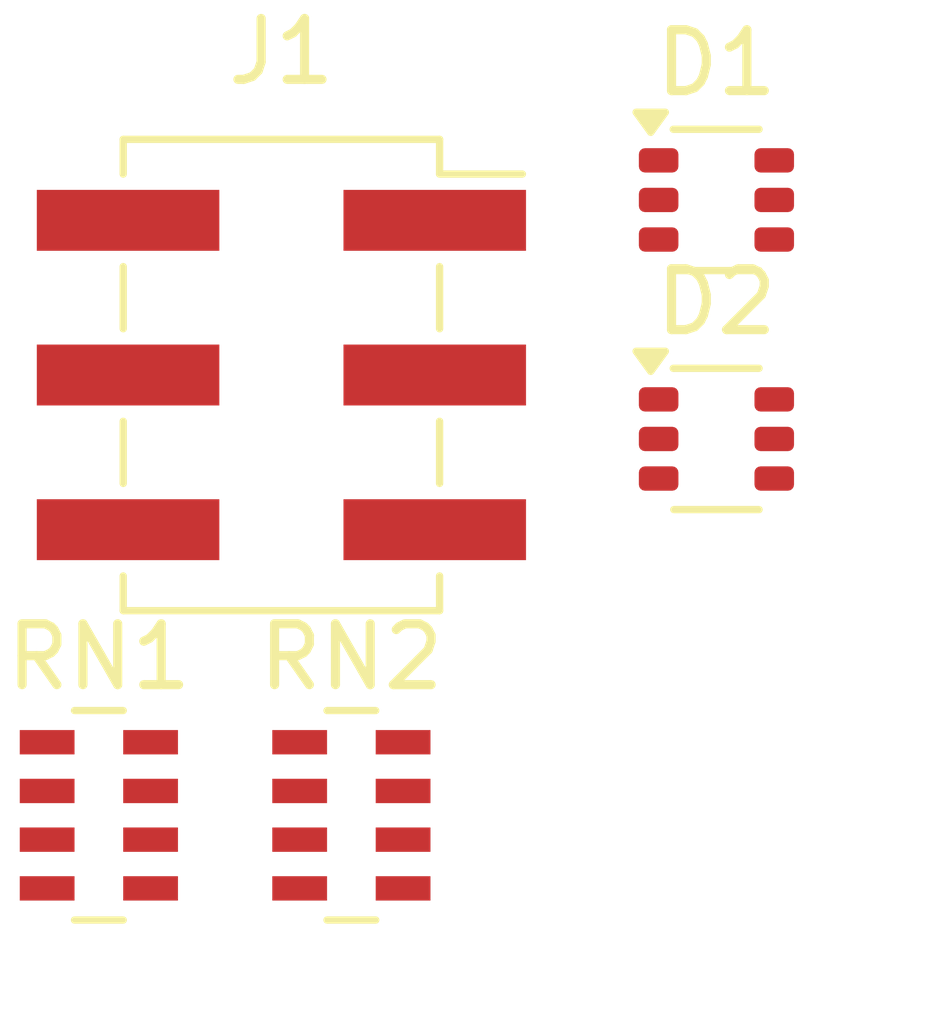
<source format=kicad_pcb>
(kicad_pcb (version 20240108) (generator "pcbnew") (generator_version "8.0")
  (layers (0 "F.Cu" signal) (31 "B.Cu" signal) (34 "B.Paste" user) (35 "F.Paste" user) (36 "B.SilkS" user "B.Silkscreen") (37 "F.SilkS" user "F.Silkscreen") (38 "B.Mask" user) (39 "F.Mask" user) (44 "Edge.Cuts" user))
  (net 0 "")
  (net 1 "VDD")
  (net 2 "VSS")
  (net 3 "Net-(D1C-K)")
  (net 4 "Net-(D1D-K)")
  (net 5 "/A1/D")
  (net 6 "Net-(D1B-K)")
  (net 7 "Net-(D1A-K)")
  (net 8 "Net-(D2D-K)")
  (net 9 "Net-(D2C-K)")
  (net 10 "Net-(D2A-K)")
  (net 11 "Net-(D2B-K)")
  (net 12 "/A1/Q")
  (net 13 "/A1/CTL")
  (net 14 "/A1/SEL")
  (net 15 "/A1/D0")
  (net 16 "/A1/D3")
  (net 17 "/A1/D2")
  (net 18 "/A1/D1")
  (net 19 "/A1/D7")
  (net 20 "/A1/D5")
  (net 21 "/A1/D6")
  (net 22 "/A1/D4")
  (footprint "Resistor_SMD:R_Array_Concave_4x0603" (layer "F.Cu") (at 26.75 49.6)
    (property "Reference" "RN1" (at 0 -2.6 0) (layer "F.SilkS"))
    (property "Value" "10K")
    (fp_line (start 0.4 -1.72) (end -0.4 -1.72) (stroke (width 0.12)) (layer "F.SilkS"))
    (fp_line (start 0.4 1.72) (end -0.4 1.72) (stroke (width 0.12)) (layer "F.SilkS"))
    (pad "1" smd rect (at -0.85 -1.2) (size 0.9 0.4) (layers "F.Cu" "F.Paste" "F.Mask") (net 15 "/A1/D0"))
    (pad "2" smd rect (at -0.85 -0.4) (size 0.9 0.4) (layers "F.Cu" "F.Paste" "F.Mask") (net 18 "/A1/D1"))
    (pad "3" smd rect (at -0.85 0.4) (size 0.9 0.4) (layers "F.Cu" "F.Paste" "F.Mask") (net 17 "/A1/D2"))
    (pad "4" smd rect (at -0.85 1.2) (size 0.9 0.4) (layers "F.Cu" "F.Paste" "F.Mask") (net 16 "/A1/D3"))
    (pad "5" smd rect (at 0.85 1.2) (size 0.9 0.4) (layers "F.Cu" "F.Paste" "F.Mask") (net 7 "Net-(D1A-K)"))
    (pad "6" smd rect (at 0.85 0.4) (size 0.9 0.4) (layers "F.Cu" "F.Paste" "F.Mask") (net 6 "Net-(D1B-K)"))
    (pad "7" smd rect (at 0.85 -0.4) (size 0.9 0.4) (layers "F.Cu" "F.Paste" "F.Mask") (net 3 "Net-(D1C-K)"))
    (pad "8" smd rect (at 0.85 -1.2) (size 0.9 0.4) (layers "F.Cu" "F.Paste" "F.Mask") (net 4 "Net-(D1D-K)"))
  )
  (footprint "Package_TO_SOT_SMD:SOT-363_SC-70-6" (layer "F.Cu") (at 36.9 43.42)
    (property "Reference" "D2" (at 0 -2.25 0) (layer "F.SilkS"))
    (property "Value" "BAT54ADW")
    (fp_line (start -0.71 -1.16) (end 0.7 -1.16) (stroke (width 0.12)) (layer "F.SilkS"))
    (fp_line (start -0.7 1.16) (end 0.7 1.16) (stroke (width 0.12)) (layer "F.SilkS"))
    (fp_poly (pts (xy -1.08 -1.11) (xy -1.32 -1.44) (xy -0.84 -1.44) (xy -1.08 -1.11)) (stroke (width 0.12)) (fill solid) (layer "F.SilkS"))
    (pad "1" smd roundrect (at -0.95 -0.65) (size 0.65 0.4) (layers "F.Cu" "F.Paste" "F.Mask") (net 10 "Net-(D2A-K)"))
    (pad "2" smd roundrect (at -0.95 0) (size 0.65 0.4) (layers "F.Cu" "F.Paste" "F.Mask") (net 11 "Net-(D2B-K)"))
    (pad "3" smd roundrect (at -0.95 0.65) (size 0.65 0.4) (layers "F.Cu" "F.Paste" "F.Mask") (net 5 "/A1/D"))
    (pad "4" smd roundrect (at 0.95 0.65) (size 0.65 0.4) (layers "F.Cu" "F.Paste" "F.Mask") (net 9 "Net-(D2C-K)"))
    (pad "5" smd roundrect (at 0.95 0) (size 0.65 0.4) (layers "F.Cu" "F.Paste" "F.Mask") (net 8 "Net-(D2D-K)"))
    (pad "6" smd roundrect (at 0.95 -0.65) (size 0.65 0.4) (layers "F.Cu" "F.Paste" "F.Mask") (net 5 "/A1/D"))
  )
  (footprint "Resistor_SMD:R_Array_Concave_4x0603" (layer "F.Cu") (at 30.9 49.6)
    (property "Reference" "RN2" (at 0 -2.6 0) (layer "F.SilkS"))
    (property "Value" "10K")
    (fp_line (start 0.4 -1.72) (end -0.4 -1.72) (stroke (width 0.12)) (layer "F.SilkS"))
    (fp_line (start 0.4 1.72) (end -0.4 1.72) (stroke (width 0.12)) (layer "F.SilkS"))
    (pad "1" smd rect (at -0.85 -1.2) (size 0.9 0.4) (layers "F.Cu" "F.Paste" "F.Mask") (net 22 "/A1/D4"))
    (pad "2" smd rect (at -0.85 -0.4) (size 0.9 0.4) (layers "F.Cu" "F.Paste" "F.Mask") (net 20 "/A1/D5"))
    (pad "3" smd rect (at -0.85 0.4) (size 0.9 0.4) (layers "F.Cu" "F.Paste" "F.Mask") (net 21 "/A1/D6"))
    (pad "4" smd rect (at -0.85 1.2) (size 0.9 0.4) (layers "F.Cu" "F.Paste" "F.Mask") (net 19 "/A1/D7"))
    (pad "5" smd rect (at 0.85 1.2) (size 0.9 0.4) (layers "F.Cu" "F.Paste" "F.Mask") (net 10 "Net-(D2A-K)"))
    (pad "6" smd rect (at 0.85 0.4) (size 0.9 0.4) (layers "F.Cu" "F.Paste" "F.Mask") (net 11 "Net-(D2B-K)"))
    (pad "7" smd rect (at 0.85 -0.4) (size 0.9 0.4) (layers "F.Cu" "F.Paste" "F.Mask") (net 9 "Net-(D2C-K)"))
    (pad "8" smd rect (at 0.85 -1.2) (size 0.9 0.4) (layers "F.Cu" "F.Paste" "F.Mask") (net 8 "Net-(D2D-K)"))
  )
  (footprint "Connector_PinSocket_2.54mm:PinSocket_2x03_P2.54mm_Vertical_SMD" (layer "F.Cu") (at 29.75 42.37)
    (property "Reference" "J1" (at 0 -5.31 0) (layer "F.SilkS"))
    (property "Value" "Module")
    (fp_line (start -2.6 -3.87) (end -2.6 -3.3) (stroke (width 0.12)) (layer "F.SilkS"))
    (fp_line (start -2.6 -3.87) (end 2.6 -3.87) (stroke (width 0.12)) (layer "F.SilkS"))
    (fp_line (start -2.6 -1.78) (end -2.6 -0.76) (stroke (width 0.12)) (layer "F.SilkS"))
    (fp_line (start -2.6 0.76) (end -2.6 1.78) (stroke (width 0.12)) (layer "F.SilkS"))
    (fp_line (start -2.6 3.3) (end -2.6 3.87) (stroke (width 0.12)) (layer "F.SilkS"))
    (fp_line (start -2.6 3.87) (end 2.6 3.87) (stroke (width 0.12)) (layer "F.SilkS"))
    (fp_line (start 2.6 -3.87) (end 2.6 -3.3) (stroke (width 0.12)) (layer "F.SilkS"))
    (fp_line (start 2.6 -3.3) (end 3.96 -3.3) (stroke (width 0.12)) (layer "F.SilkS"))
    (fp_line (start 2.6 -1.78) (end 2.6 -0.76) (stroke (width 0.12)) (layer "F.SilkS"))
    (fp_line (start 2.6 0.76) (end 2.6 1.78) (stroke (width 0.12)) (layer "F.SilkS"))
    (fp_line (start 2.6 3.3) (end 2.6 3.87) (stroke (width 0.12)) (layer "F.SilkS"))
    (pad "1" smd rect (at 2.52 -2.54) (size 3 1) (layers "F.Cu" "F.Paste" "F.Mask") (net 14 "/A1/SEL"))
    (pad "2" smd rect (at -2.52 -2.54) (size 3 1) (layers "F.Cu" "F.Paste" "F.Mask") (net 13 "/A1/CTL"))
    (pad "3" smd rect (at 2.52 0) (size 3 1) (layers "F.Cu" "F.Paste" "F.Mask") (net 5 "/A1/D"))
    (pad "4" smd rect (at -2.52 0) (size 3 1) (layers "F.Cu" "F.Paste" "F.Mask") (net 12 "/A1/Q"))
    (pad "5" smd rect (at 2.52 2.54) (size 3 1) (layers "F.Cu" "F.Paste" "F.Mask") (net 2 "VSS"))
    (pad "6" smd rect (at -2.52 2.54) (size 3 1) (layers "F.Cu" "F.Paste" "F.Mask") (net 1 "VDD"))
  )
  (footprint "Package_TO_SOT_SMD:SOT-363_SC-70-6" (layer "F.Cu") (at 36.9 39.495)
    (property "Reference" "D1" (at 0 -2.25 0) (layer "F.SilkS"))
    (property "Value" "BAT54ADW")
    (fp_line (start -0.71 -1.16) (end 0.7 -1.16) (stroke (width 0.12)) (layer "F.SilkS"))
    (fp_line (start -0.7 1.16) (end 0.7 1.16) (stroke (width 0.12)) (layer "F.SilkS"))
    (fp_poly (pts (xy -1.08 -1.11) (xy -1.32 -1.44) (xy -0.84 -1.44) (xy -1.08 -1.11)) (stroke (width 0.12)) (fill solid) (layer "F.SilkS"))
    (pad "1" smd roundrect (at -0.95 -0.65) (size 0.65 0.4) (layers "F.Cu" "F.Paste" "F.Mask") (net 7 "Net-(D1A-K)"))
    (pad "2" smd roundrect (at -0.95 0) (size 0.65 0.4) (layers "F.Cu" "F.Paste" "F.Mask") (net 6 "Net-(D1B-K)"))
    (pad "3" smd roundrect (at -0.95 0.65) (size 0.65 0.4) (layers "F.Cu" "F.Paste" "F.Mask") (net 5 "/A1/D"))
    (pad "4" smd roundrect (at 0.95 0.65) (size 0.65 0.4) (layers "F.Cu" "F.Paste" "F.Mask") (net 3 "Net-(D1C-K)"))
    (pad "5" smd roundrect (at 0.95 0) (size 0.65 0.4) (layers "F.Cu" "F.Paste" "F.Mask") (net 4 "Net-(D1D-K)"))
    (pad "6" smd roundrect (at 0.95 -0.65) (size 0.65 0.4) (layers "F.Cu" "F.Paste" "F.Mask") (net 5 "/A1/D"))
  )
)
</source>
